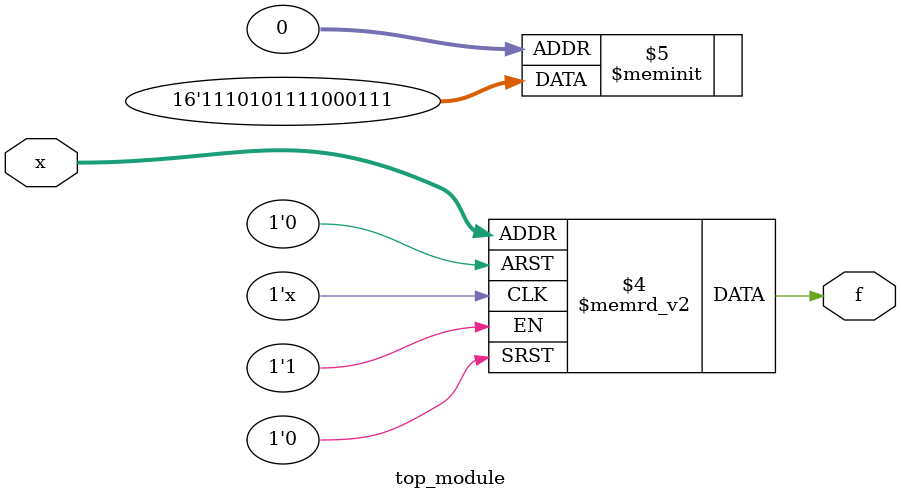
<source format=sv>
module top_module (
    input [4:1] x,
    output logic f
);

always_comb begin
    case ({x[4], x[3], x[2], x[1]})
        4'b0000: f = 1'b1;
        4'b0001: f = 1'b1;
        4'b0011: f = 1'b0;
        4'b0010: f = 1'b1;
        4'b0100: f = 1'b0;
        4'b0101: f = 1'b0;
        4'b0111: f = 1'b1;
        4'b0110: f = 1'b1;
        4'b1000: f = 1'b1;
        4'b1001: f = 1'b1;
        4'b1011: f = 1'b1;
        4'b1010: f = 1'b0;
        4'b1100: f = 1'b0;
        4'b1101: f = 1'b1;
        4'b1111: f = 1'b1;
        4'b1110: f = 1'b1;
    endcase
end

endmodule

</source>
